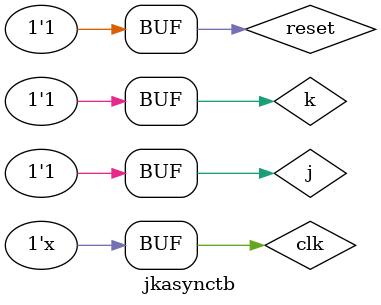
<source format=v>
`timescale 1ns / 1ps


module jkasynctb;

	// Inputs
	reg reset;
	reg clk;
	reg j;
	reg k;

	// Outputs
	wire q;

	// Instantiate the Unit Under Test (UUT)
	jkasync uut (
		.reset(reset), 
		.clk(clk), 
		.j(j), 
		.k(k), 
		.q(q)
	);

	initial begin
	$monitor("time=%g,clk=%b,reset=%b,j=%b,k=%b,q=%b",$time,clk,reset,j,k,q);
	end

	initial begin
		// Initialize Inputs
		clk = 0;
		reset = 1;
		// Wait 100 ns for global reset to finish
		#100;reset = 0;j = 0;k = 0;
		#100;j = 0;k = 1;
		#100;j = 1;k = 0;
		#100;j = 1;k = 1;  
		#50;reset=1;
		#100;j = 1;k = 0;
		#100;j = 1;k = 1;  
		// Add stimulus here

	end
	always
	#50 clk=~clk;
      
endmodule


</source>
